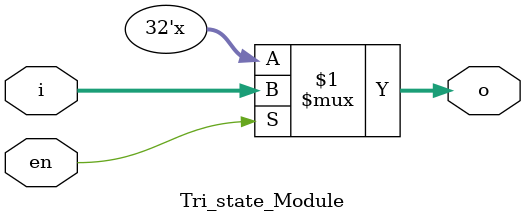
<source format=v>
module Tri_state_Module(o, i, en);
   input [31:0] i;
   input en;
   output [31:0] o;
	
	assign o = (en) ? i : 32'bz;
	
/*always @(en or i)
begin
   case (en)
      1'b1 : o = i;
      1'b0 : o = 32'bxxxxxxxxxxxxxxxxxxxxxxxxxxxxxxxx;
      default : o = 32'bxxxxxxxxxxxxxxxxxxxxxxxxxxxxxxxx;
   endcase
end*/

endmodule

</source>
